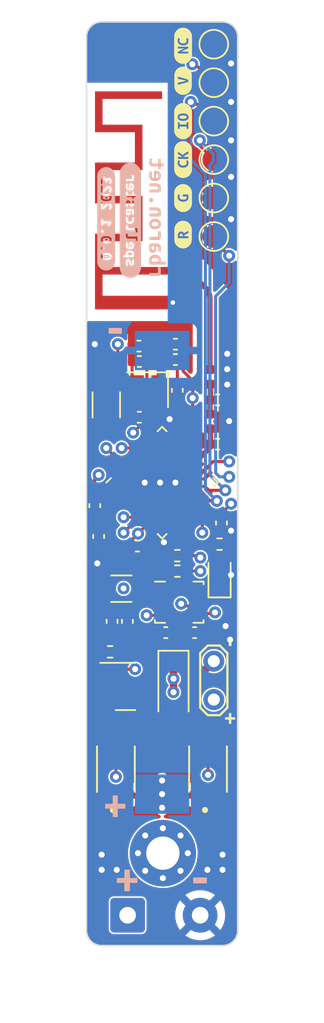
<source format=kicad_pcb>
(kicad_pcb (version 20221018) (generator pcbnew)
  (title_block (title "spellcaster") (date "2023-08-21") (rev "0.0.1") (company "rbaron.net"))
  (layers (0 "F.Cu" signal) (1 "In1.Cu" signal "In1.Cu (GND)") (2 "In2.Cu" signal "In2.Cu (VCC)") (31 "B.Cu" signal) (34 "B.Paste" user) (35 "F.Paste" user) (36 "B.SilkS" user "B.Silkscreen") (37 "F.SilkS" user "F.Silkscreen") (38 "B.Mask" user) (39 "F.Mask" user) (44 "Edge.Cuts" user))
  (net 0 "")
  (net 1 "VDD")
  (net 2 "GND")
  (net 3 "Net-(U1-XL1{slash}P0.00)")
  (net 4 "Net-(U1-XL2{slash}P0.01)")
  (net 5 "Net-(U1-XC2)")
  (net 6 "Net-(U1-DEC1)")
  (net 7 "Net-(U1-XC1)")
  (net 8 "Net-(U1-ANT)")
  (net 9 "Net-(U1-DEC3)")
  (net 10 "Net-(U1-DEC4)")
  (net 11 "Net-(D1-A)")
  (net 12 "RST")
  (net 13 "SWDCLK")
  (net 14 "SWDIO")
  (net 15 "Net-(AE1-FEED)")
  (net 16 "Net-(C8-Pad2)")
  (net 17 "Net-(U1-P0.20)")
  (net 18 "BTN_A")
  (net 23 "SDA")
  (net 24 "SCL")
  (net 33 "Net-(L3-Pad1)")
  (net 34 "Net-(U1-DCC)")
  (net 36 "INT1")
  (net 37 "INT2")
  (net 40 "Net-(D2-A)")
  (net 41 "VIB")
  (footprint "TestPoint:TestPoint_Pad_D1.5mm" (layer "F.Cu") (at 58.42 77.47 90)
    (fp_text reference "TP6" hide)
    (fp_text value "TestPoint" hide)
  )
  (footprint "Capacitor_SMD:C_0402_1005Metric" (layer "F.Cu") (at 58.674 100.965 180)
    (fp_text reference "C8" hide)
    (fp_text value "1.2p" hide)
  )
  (footprint "Capacitor_SMD:C_0402_1005Metric" (layer "F.Cu") (at 55.88 97.282)
    (fp_text reference "C13" hide)
    (fp_text value "47n" hide)
  )
  (footprint "kibuzzard-64E705F6" (layer "F.Cu") (at 52.5 77.1)
    (fp_text reference "kibuzzard-64E705F6" hide)
    (fp_text value "G***" hide)
  )
  (footprint "Capacitor_SMD:C_0402_1005Metric" (layer "F.Cu") (at 53.495 98.425)
    (fp_text reference "C4" hide)
    (fp_text value "12p" hide)
  )
  (footprint "Resistor_SMD:R_0402_1005Metric" (layer "F.Cu") (at 56.007 111.252)
    (fp_text reference "R2" hide)
    (fp_text value "10k" hide)
  )
  (footprint "Capacitor_SMD:C_0402_1005Metric" (layer "F.Cu") (at 53.467 97.409 180)
    (fp_text reference "C6" hide)
    (fp_text value "12p" hide)
  )
  (footprint "Capacitor_SMD:C_0402_1005Metric" (layer "F.Cu") (at 51.689 115.59 90)
    (fp_text reference "C2" hide)
    (fp_text value "12p" hide)
  )
  (footprint "kibuzzard-64E7057C" (layer "F.Cu") (at 58.2 128.9)
    (fp_text reference "kibuzzard-64E7057C" hide)
    (fp_text value "G***" hide)
  )
  (footprint "Snapeda:SW_B3U-1000P" (layer "F.Cu") (at 51.943 125.3485 90)
    (fp_text reference "S2" hide)
    (fp_text value "B3U-1000P" hide)
  )
  (footprint "Package_LGA:LGA-14_3x2.5mm_P0.5mm_LayoutBorder3x4y" (layer "F.Cu") (at 56.134 114.3235)
    (fp_text reference "U2" hide)
    (fp_text value "LSM6DSL" hide)
  )
  (footprint "Inductor_SMD:L_0402_1005Metric" (layer "F.Cu") (at 51.585 98.425)
    (fp_text reference "L3" hide)
    (fp_text value "15nH" hide)
  )
  (footprint "kibuzzard-64E666C8" (layer "F.Cu") (at 56.388 85.09 90)
    (fp_text reference "kibuzzard-64E666C8" hide)
    (fp_text value "G***" hide)
  )
  (footprint "Inductor_SMD:L_0402_1005Metric" (layer "F.Cu") (at 58.166 102.385 -90)
    (fp_text reference "L1" hide)
    (fp_text value "4.7nH" hide)
  )
  (footprint "TestPoint:TestPoint_Pad_D1.5mm" (layer "F.Cu") (at 58.42 80.01 90)
    (fp_text reference "TP5" hide)
    (fp_text value "TestPoint" hide)
  )
  (footprint "kibuzzard-64E66706" (layer "F.Cu") (at 56.388 77.5716 90)
    (fp_text reference "kibuzzard-64E66706" hide)
    (fp_text value "G***" hide)
  )
  (footprint "kibuzzard-64E666DB" (layer "F.Cu") (at 56.388 82.55 90)
    (fp_text reference "kibuzzard-64E666DB" hide)
    (fp_text value "G***" hide)
  )
  (footprint "Capacitor_SMD:C_0402_1005Metric" (layer "F.Cu") (at 50.546 107.95 -90)
    (fp_text reference "C9" hide)
    (fp_text value "1u" hide)
  )
  (footprint "Package_TO_SOT_SMD:SOT-23" (layer "F.Cu") (at 52.578 119.888)
    (fp_text reference "Q1" hide)
    (fp_text value "2N7002" hide)
  )
  (footprint "Inductor_SMD:L_0402_1005Metric" (layer "F.Cu") (at 58.166 99.441 -90)
    (fp_text reference "L2" hide)
    (fp_text value "2.2nH" hide)
  )
  (footprint "kibuzzard-64E666BF" (layer "F.Cu") (at 56.388 87.63 90)
    (fp_text reference "kibuzzard-64E666BF" hide)
    (fp_text value "G***" hide)
  )
  (footprint "Capacitor_SMD:C_0402_1005Metric" (layer "F.Cu") (at 55.88 98.298)
    (fp_text reference "C15" hide)
    (fp_text value "1u" hide)
  )
  (footprint "kibuzzard-64E66915" (layer "F.Cu") (at 57.5056 132.7)
    (fp_text reference "kibuzzard-64E66915" hide)
    (fp_text value "G***" hide)
  )
  (footprint "Snapeda:SW_B3U-1000P" (layer "F.Cu") (at 58.039 125.3485 90)
    (fp_text reference "S1" hide)
    (fp_text value "B3U-1000P" hide)
  )
  (footprint "kibuzzard-64E666A5" (layer "F.Cu") (at 56.388 90.043 90)
    (fp_text reference "kibuzzard-64E666A5" hide)
    (fp_text value "G***" hide)
  )
  (footprint "Capacitor_SMD:C_0402_1005Metric" (layer "F.Cu") (at 58.928 109.093 -90)
    (fp_text reference "C10" hide)
    (fp_text value "100n" hide)
  )
  (footprint "Package_DFN_QFN:QFN-40-1EP_5x5mm_P0.4mm_EP3.6x3.6mm" (layer "F.Cu") (at 55 106.426 45)
    (fp_text reference "U1" hide)
    (fp_text value "nRF52820-QDxx" hide)
  )
  (footprint "Capacitor_SMD:C_0402_1005Metric" (layer "F.Cu") (at 53.495 102.108 180)
    (fp_text reference "C12" hide)
    (fp_text value "100n" hide)
  )
  (footprint "Crystal:Crystal_SMD_3215-2Pin_3.2x1.5mm" (layer "F.Cu") (at 52.304 113.431)
    (fp_text reference "Y1" hide)
    (fp_text value "32k" hide)
  )
  (footprint "Capacitor_SMD:C_0402_1005Metric" (layer "F.Cu") (at 53.368 110.617)
    (fp_text reference "C1" hide)
    (fp_text value "4.7u" hide)
  )
  (footprint "TestPoint:TestPoint_Pad_D1.5mm" (layer "F.Cu") (at 58.42 82.55 90)
    (fp_text reference "TP4" hide)
    (fp_text value "TestPoint" hide)
  )
  (footprint "Resistor_SMD:R_0402_1005Metric" (layer "F.Cu") (at 58.801 110.49)
    (fp_text reference "R1" hide)
    (fp_text value "1k" hide)
  )
  (footprint "Capacitor_SMD:C_0402_1005Metric" (layer "F.Cu") (at 55.245 116.332)
    (fp_text reference "C14" hide)
    (fp_text value "100n" hide)
  )
  (footprint "LED_SMD:LED_0603_1608Metric" (layer "F.Cu") (at 58.801 112.522 90)
    (fp_text reference "D1" hide)
    (fp_text value "LED" hide)
  )
  (footprint "Crystal:Crystal_SMD_2016-4Pin_2.0x1.6mm" (layer "F.Cu") (at 54.04 100.288 180)
    (fp_text reference "Y2" hide)
    (fp_text value "Crystal_GND24" hide)
  )
  (footprint "TestPoint:TestPoint_Pad_D1.5mm" (layer "F.Cu") (at 58.42 90.17 90)
    (fp_text reference "TP1" hide)
    (fp_text value "TestPoint" hide)
  )
  (footprint "Capacitor_SMD:C_0402_1005Metric" (layer "F.Cu") (at 50.8 109.982 90)
    (fp_text reference "C5" hide)
    (fp_text value "100n" hide)
  )
  (footprint "Connector_Wire:SolderWire-0.5sqmm_1x02_P4.8mm_D0.9mm_OD2.3mm" (layer "F.Cu") (at 52.718 135)
    (fp_text reference "BT1" hide)
    (fp_text value "Through holes" hide)
  )
  (footprint "Capacitor_SMD:C_0402_1005Metric" (layer "F.Cu") (at 57.15 116.332)
    (fp_text reference "C16" hide)
    (fp_text value "100n" hide)
  )
  (footprint "TestPoint:TestPoint_Pad_D1.5mm" (layer "F.Cu") (at 58.42 87.63 90)
    (fp_text reference "TP2" hide)
    (fp_text value "TestPoint" hide)
  )
  (footprint "MountingHole:MountingHole_2.2mm_M2_Pad_Via" (layer "F.Cu") (at 55.05 130.9)
    (fp_text reference "H2" hide)
    (fp_text value "MountingHole" hide)
  )
  (footprint "TestPoint:TestPoint_Pad_D1.5mm" (layer "F.Cu") (at 58.42 85.09 90)
    (fp_text reference "TP3" hide)
    (fp_text value "TestPoint" hide)
  )
  (footprint "kibuzzard-64E70501" (layer "F.Cu") (at 59.5 117 90)
    (fp_text reference "kibuzzard-64E70501" hide)
    (fp_text value "G***" hide)
  )
  (footprint "Capacitor_SMD:C_0402_1005Metric" (layer "F.Cu") (at 56.007 100.33 -90)
    (fp_text reference "C11" hide)
    (fp_text value "100p" hide)
  )
  (footprint "RF_Antenna:Texas_SWRA117D_2.4GHz_Right" (layer "F.Cu") (at 55.711 92.434 90)
    (fp_text reference "AE1" hide)
    (fp_text value "Antenna_Chip" hide)
  )
  (footprint "kibuzzard-64E70567" (layer "F.Cu") (at 51.9 128.9)
    (fp_text reference "kibuzzard-64E70567" hide)
    (fp_text value "G***" hide)
  )
  (footprint "kibuzzard-64E7063C" (layer "F.Cu") (at 53.2 78.9)
    (fp_text reference "kibuzzard-64E7063C" hide)
    (fp_text value "G***" hide)
  )
  (footprint "Capacitor_SMD:C_0402_1005Metric" (layer "F.Cu") (at 58.674 103.886 180)
    (fp_text reference "C7" hide)
    (fp_text value "1p" hide)
  )
  (footprint "Resistor_SMD:R_0402_1005Metric" (layer "F.Cu") (at 51.562 117.602 180)
    (fp_text reference "R4" hide)
    (fp_text value "10k" hide)
  )
  (footprint "Resistor_SMD:R_0402_1005Metric" (layer "F.Cu") (at 56.007 112.268)
    (fp_text reference "R3" hide)
    (fp_text value "10k" hide)
  )
  (footprint "Diode_SMD:D_SOD-123" (layer "F.Cu") (at 55.753 119.888 -90)
    (fp_text reference "D2" hide)
    (fp_text value "1N4148W" hide)
  )
  (footprint "kibuzzard-64E668FF" (layer "F.Cu") (at 52.6796 132.7)
    (fp_text reference "kibuzzard-64E668FF" hide)
    (fp_text value "G***" hide)
  )
  (footprint "kibuzzard-64E704EF" (layer "F.Cu") (at 59.5 122)
    (fp_text reference "kibuzzard-64E704EF" hide)
    (fp_text value "G***" hide)
  )
  (footprint "Capacitor_SMD:C_0402_1005Metric" (layer "F.Cu") (at 52.705 115.59 -90)
    (fp_text reference "C3" hide)
    (fp_text value "12p" hide)
  )
  (footprint "Inductor_SMD:L_1206_3216Metric" (layer "F.Cu") (at 51.308 101.295 90)
    (fp_text reference "L4" hide)
    (fp_text value "10uH" hide)
  )
  (footprint "kibuzzard-64E666EE" (layer "F.Cu") (at 56.388 79.883 90)
    (fp_text reference "kibuzzard-64E666EE" hide)
    (fp_text value "G***" hide)
  )
  (footprint "TestPoint:TestPoint_2Pads_Pitch2.54mm_Drill0.8mm" (layer "F.Cu") (at 58.42 120.757 90)
    (fp_text reference "M1" hide)
    (fp_text value "Motor_DC" hide)
  )
  (footprint "kibuzzard-64E668FF" (layer "B.Cu") (at 52.7 132.7)
    (fp_text reference "kibuzzard-64E668FF" hide)
    (fp_text value "G***" hide)
  )
  (footprint "kibuzzard-64E70C98" (layer "B.Cu") (at 51.9 96.4 180)
    (fp_text reference "kibuzzard-64E70C98" hide)
    (fp_text value "G***" hide)
  )
  (footprint "kibuzzard-64E70B5B" (layer "B.Cu") (at 52.9 89.1 90)
    (fp_text reference "kibuzzard-64E70B5B" hide)
    (fp_text value "G***" hide)
  )
  (footprint "kibuzzard-64E66915" (layer "B.Cu") (at 57.526001 132.7)
    (fp_text reference "kibuzzard-64E66915" hide)
    (fp_text value "G***" hide)
  )
  (footprint "kibuzzard-64E66855" (layer "B.Cu") (at 51.3 89 90)
    (fp_text reference "kibuzzard-64E66855" hide)
    (fp_text value "G***" hide)
  )
  (footprint "kibuzzard-64E66B38" (layer "B.Cu") (at 54.7 88.9 90)
    (fp_text reference "kibuzzard-64E66B38" hide)
    (fp_text value "G***" hide)
  )
  (footprint "kibuzzard-64E668FF" (layer "B.Cu") (at 51.9 127.8 180)
    (fp_text reference "kibuzzard-64E668FF" hide)
    (fp_text value "G***" hide)
  )
  (footprint "Battery:BatteryHolder_Keystone_1060_1x2032" (layer "B.Cu") (at 55 112.35 90)
    (fp_text reference "BT2" hide)
    (fp_text value "CR2032" hide)
  )
  (gr_arc (start 60 136) (mid 59.707107 136.707107) (end 59 137) (stroke (width 0.1)) (layer "Edge.Cuts"))
  (gr_line (start 50 136) (end 50 77) (stroke (width 0.1)) (layer "Edge.Cuts"))
  (gr_arc (start 51 137) (mid 50.292893 136.707107) (end 50 136) (stroke (width 0.1)) (layer "Edge.Cuts"))
  (gr_arc (start 59 76) (mid 59.707107 76.292893) (end 60 77) (stroke (width 0.1)) (layer "Edge.Cuts"))
  (gr_line (start 51 76) (end 59 76) (stroke (width 0.1)) (layer "Edge.Cuts"))
  (gr_arc (start 50 77) (mid 50.292893 76.292893) (end 51 76) (stroke (width 0.1)) (layer "Edge.Cuts"))
  (gr_line (start 60 77) (end 60 136) (stroke (width 0.1)) (layer "Edge.Cuts"))
  (gr_line (start 59 137) (end 51 137) (stroke (width 0.1)) (layer "Edge.Cuts"))
  (segment (start 54.266377 109.139522) (end 54.06233 109.139522) (width 0.2) (layer "F.Cu") (net 1))
  (segment (start 54.266377 109.139522) (end 54.266376 109.139522) (width 0.2) (layer "F.Cu") (net 1))
  (segment (start 54.06233 109.139522) (end 53.409009 109.792843) (width 0.2) (layer "F.Cu") (net 1))
  (segment (start 58.4265 115.0735) (end 58.5 115) (width 0.2) (layer "F.Cu") (net 1))
  (segment (start 58.928 108.613) (end 58.928 108.458) (width 0.2) (layer "F.Cu") (net 1))
  (segment (start 55.753 119.38) (end 55.753 120.269) (width 0.5) (layer "F.Cu") (net 1))
  (segment (start 58.928 108.458) (end 59.563 107.823) (width 0.2) (layer "F.Cu") (net 1))
  (segment (start 55.725 116.332) (end 55.725 115.327) (width 0.2) (layer "F.Cu") (net 1))
  (segment (start 52.003635 106.012365) (end 50.546 107.47) (width 0.2) (layer "F.Cu") (net 1))
  (segment (start 55.450781 103.429635) (end 55.296635 103.429635) (width 0.2) (layer "F.Cu") (net 1))
  (segment (start 55.753 118.238) (end 55.753 119.38) (width 0.5) (layer "F.Cu") (net 1))
  (segment (start 55.725 115.327) (end 55.634 115.236) (width 0.2) (layer "F.Cu") (net 1))
  (segment (start 52.888 110.313852) (end 53.409009 109.792843) (width 0.2) (layer "F.Cu") (net 1))
  (segment (start 55.725 116.332) (end 55.725 118.21) (width 0.2) (layer "F.Cu") (net 1))
  (segment (start 52.888 110.617) (end 52.888 110.313852) (width 0.2) (layer "F.Cu") (net 1))
  (segment (start 58.601214 108.613) (end 57.43068 107.442466) (width 0.2) (layer "F.Cu") (net 1))
  (segment (start 56.634 112.385) (end 56.517 112.268) (width 0.2) (layer "F.Cu") (net 1))
  (segment (start 58.928 108.613) (end 58.601214 108.613) (width 0.2) (layer "F.Cu") (net 1))
  (segment (start 55.296635 103.429635) (end 53.975 102.108) (width 0.2) (layer "F.Cu") (net 1))
  (segment (start 56.517 111.252) (end 57.404 111.252) (width 0.2) (layer "F.Cu") (net 1))
  (segment (start 55.725 118.21) (end 55.753 118.238) (width 0.2) (layer "F.Cu") (net 1))
  (segment (start 57.404 111.252) (end 57.531 111.379) (width 0.2) (layer "F.Cu") (net 1))
  (segment (start 50.546 106.172) (end 50.8 105.918) (width 0.2) (layer "F.Cu") (net 1))
  (segment (start 52.003635 105.975219) (end 52.003635 106.012365) (width 0.2) (layer "F.Cu") (net 1))
  (segment (start 56.634 113.411) (end 56.634 112.385) (width 0.2) (layer "F.Cu") (net 1))
  (segment (start 57.2008 78.7908) (end 58.42 80.01) (width 0.2) (layer "F.Cu") (net 1))
  (segment (start 56.517 112.268) (end 56.517 111.252) (width 0.2) (layer "F.Cu") (net 1))
  (segment (start 57.531 112.268) (end 56.517 112.268) (width 0.2) (layer "F.Cu") (net 1))
  (segment (start 57.63 115.407) (end 57.2965 115.0735) (width 0.2) (layer "F.Cu") (net 1))
  (segment (start 50.546 107.47) (end 50.546 106.172) (width 0.2) (layer "F.Cu") (net 1))
  (segment (start 57.2965 115.0735) (end 58.4265 115.0735) (width 0.2) (layer "F.Cu") (net 1))
  (segment (start 53.975 102.108) (end 53.975 102.235) (width 0.2) (layer "F.Cu") (net 1))
  (segment (start 57.63 116.332) (end 57.63 115.407) (width 0.2) (layer "F.Cu") (net 1))
  (segment (start 57 78.7908) (end 57.2008 78.7908) (width 0.2) (layer "F.Cu") (net 1))
  (segment (start 53.975 102.235) (end 53.086 103.124) (width 0.2) (layer "F.Cu") (net 1))
  (segment (start 54.266376 109.139522) (end 53.983534 108.85668) (width 0.2) (layer "F.Cu") (net 1))
  (via (at 57.531 112.268) (size 0.8) (drill 0.4) (layers "F.Cu" "B.Cu") (net 1))
  (via (at 55 127) (size 0.8) (drill 0.4) (layers "F.Cu" "B.Cu") (net 1))
  (via (at 55 127.9) (size 0.8) (drill 0.4) (layers "F.Cu" "B.Cu") (net 1))
  (via (at 50.8 105.918) (size 0.8) (drill 0.4) (layers "F.Cu" "B.Cu") (net 1))
  (via (at 57 78.7908) (size 0.8) (drill 0.4) (layers "F.Cu" "B.Cu") (net 1))
  (via (at 55 126.1) (size 0.8) (drill 0.4) (layers "F.Cu" "B.Cu") (net 1))
  (via (at 53.409009 109.792843) (size 0.8) (drill 0.4) (layers "F.Cu" "B.Cu") (net 1))
  (via (at 59.563 107.823) (size 0.8) (drill 0.4) (layers "F.Cu" "B.Cu") (net 1))
  (via (at 55.753 119.38) (size 0.8) (drill 0.4) (layers "F.Cu" "B.Cu") (net 1))
  (via (at 57.531 111.379) (size 0.8) (drill 0.4) (layers "F.Cu" "B.Cu") (net 1))
  (via (at 53.086 103.124) (size 0.8) (drill 0.4) (layers "F.Cu" "B.Cu") (net 1))
  (via (at 58.5 115) (size 0.8) (drill 0.4) (layers "F.Cu" "B.Cu") (net 1))
  (via (at 55.753 120.269) (size 0.8) (drill 0.4) (layers "F.Cu" "B.Cu") (net 1))
  (segment (start 53.848 106.122528) (end 53.848 106.426) (width 0.2) (layer "F.Cu") (net 2))
  (segment (start 56.134 115.236) (end 56.634 115.236) (width 0.2) (layer "F.Cu") (net 2))
  (segment (start 56.864994 104.843849) (end 55.282843 106.426) (width 0.2) (layer "F.Cu") (net 2))
  (segment (start 50.546 108.43) (end 50.2 108.776) (width 0.2) (layer "F.Cu") (net 2))
  (segment (start 55.282843 106.426) (end 55 106.426) (width 0.2) (layer "F.Cu") (net 2))
  (segment (start 54.737 101.473) (end 54.737 100.838) (width 0.2) (layer "F.Cu") (net 2))
  (segment (start 54.727 111.496) (end 53.848 110.617) (width 0.2) (layer "F.Cu") (net 2))
  (segment (start 50.2 111.2495) (end 50.7105 111.76) (width 0.2) (layer "F.Cu") (net 2))
  (segment (start 54.9715 113.5735) (end 54.727 113.329) (width 0.2) (layer "F.Cu") (net 2))
  (segment (start 50.2 108.776) (end 50.2 111.2495) (width 0.2) (layer "F.Cu") (net 2))
  (segment (start 56.007 99.85) (end 56.007 98.905) (width 0.2) (layer "F.Cu") (net 2))
  (segment (start 59.154 100.104) (end 59.309 99.949) (width 0.5) (layer "F.Cu") (net 2))
  (segment (start 53.015 98.425) (end 53.015 99.413) (width 0.2) (layer "F.Cu") (net 2))
  (segment (start 59.154 100.965) (end 59.154 100.104) (width 0.5) (layer "F.Cu") (net 2))
  (segment (start 52.852163 105.126691) (end 53.848 106.122528) (width 0.2) (layer "F.Cu") (net 2))
  (segment (start 53.015 99.413) (end 53.34 99.738) (width 0.2) (layer "F.Cu") (net 2))
  (segment (start 56.007 98.905) (end 55.4 98.298) (width 0.2) (layer "F.Cu") (net 2))
  (segment (start 55.499 102.235) (end 54.737 101.473) (width 0.2) (layer "F.Cu") (net 2))
  (segment (start 54.727 113.329) (end 54.727 111.496) (width 0.2) (layer "F.Cu") (net 2))
  (via (at 59.563 112.522) (size 0.8) (drill 0.4) (layers "F.Cu" "B.Cu") (net 2))
  (via (at 59.436 102.362) (size 0.8) (drill 0.4) (layers "F.Cu" "B.Cu") (net 2))
  (via (at 59.563 109.601) (size 0.8) (drill 0.4) (layers "F.Cu" "B.Cu") (net 2))
  (via (at 50.7105 111.76) (size 0.8) (drill 0.4) (layers "F.Cu" "B.Cu") (net 2))
  (via (at 59.5 116.8) (size 0.8) (drill 0.4) (layers "F.Cu" "B.Cu") (net 2))
  (via (at 55.118 110.363) (size 0.8) (drill 0.4) (layers "F.Cu" "B.Cu") (net 2))
  (via (at 59 131) (size 0.8) (drill 0.4) (layers "F.Cu" "B.Cu") (net 2))
  (via (at 51 132) (size 0.8) (drill 0.4) (layers "F.Cu" "B.Cu") (net 2))
  (via (at 57.997243 132) (size 0.8) (drill 0.4) (layers "F.Cu" "B.Cu") (net 2))
  (via (at 59.563 78.74) (size 0.8) (drill 0.4) (layers "F.Cu" "B.Cu") (net 2))
  (via (at 59.563 89.027) (size 0.8) (drill 0.4) (layers "F.Cu" "B.Cu") (net 2))
  (via (at 59.309 97.917) (size 0.8) (drill 0.4) (layers "F.Cu" "B.Cu") (net 2))
  (via (at 59.309 98.933) (size 0.8) (drill 0.4) (layers "F.Cu" "B.Cu") (net 2))
  (via (at 59.563 81.28) (size 0.8) (drill 0.4) (layers "F.Cu" "B.Cu") (net 2))
  (via (at 55.499 102.235) (size 0.8) (drill 0.4) (layers "F.Cu" "B.Cu") (net 2))
  (via (at 55.88 106.426) (size 0.8) (drill 0.4) (layers "F.Cu" "B.Cu") (net 2))
  (via (at 59 132) (size 0.8) (drill 0.4) (layers "F.Cu" "B.Cu") (net 2))
  (via (at 54.864 106.426) (size 0.8) (drill 0.4) (layers "F.Cu" "B.Cu") (net 2))
  (via (at 51 131) (size 0.8) (drill 0.4) (layers "F.Cu" "B.Cu") (net 2))
  (via (at 50.546 97.282) (size 0.8) (drill 0.4) (layers "F.Cu" "B.Cu") (net 2))
  (via (at 53.848 106.426) (size 0.8) (drill 0.4) (layers "F.Cu" "B.Cu") (net 2))
  (via (at 59.2 115.9) (size 0.8) (drill 0.4) (layers "F.Cu" "B.Cu") (net 2))
  (via (at 59.563 83.82) (size 0.8) (drill 0.4) (layers "F.Cu" "B.Cu") (net 2))
  (via (at 59.563 86.233) (size 0.8) (drill 0.4) (layers "F.Cu" "B.Cu") (net 2))
  (via (at 59.309 99.949) (size 0.8) (drill 0.4) (layers "F.Cu" "B.Cu") (net 2))
  (via (at 51.998259 132) (size 0.8) (drill 0.4) (layers "F.Cu" "B.Cu") (net 2))
  (segment (start 51.59 115.11) (end 51.054 114.574) (width 0.2) (layer "F.Cu") (net 3))
  (segment (start 51.562 112.014) (end 51.562 112.923) (width 0.2) (layer "F.Cu") (net 3))
  (segment (start 51.054 114.574) (end 51.054 113.431) (width 0.2) (layer "F.Cu") (net 3))
  (segment (start 52.286478 107.159623) (end 51.551 107.895101) (width 0.2) (layer "F.Cu") (net 3))
  (segment (start 51.562 112.923) (end 51.054 113.431) (width 0.2) (layer "F.Cu") (net 3))
  (segment (start 51.551 107.895101) (end 51.551 112.003) (width 0.2) (layer "F.Cu") (net 3))
  (segment (start 51.551 112.003) (end 51.562 112.014) (width 0.2) (layer "F.Cu") (net 3))
  (segment (start 53.554 112.482) (end 53.554 113.431) (width 0.2) (layer "F.Cu") (net 4))
  (segment (start 53.467 114.574) (end 53.467 113.518) (width 0.2) (layer "F.Cu") (net 4))
  (segment (start 51.851 108.160786) (end 51.851 110.779) (width 0.2) (layer "F.Cu") (net 4))
  (segment (start 52.931 115.11) (end 53.467 114.574) (width 0.2) (layer "F.Cu") (net 4))
  (segment (start 51.851 110.779) (end 53.554 112.482) (width 0.2) (layer "F.Cu") (net 4))
  (segment (start 52.56932 107.442466) (end 51.851 108.160786) (width 0.2) (layer "F.Cu") (net 4))
  (segment (start 53.99 98.44) (end 53.975 98.425) (width 0.2) (layer "F.Cu") (net 5))
  (segment (start 53.582 100.838) (end 53.34 100.838) (width 0.2) (layer "F.Cu") (net 5))
  (segment (start 55.733623 103.712478) (end 56.004963 103.441138) (width 0.2) (layer "F.Cu") (net 5))
  (segment (start 53.39 100.838) (end 53.99 100.238) (width 0.2) (layer "F.Cu") (net 5))
  (segment (start 54.725 102.35) (end 54.725 101.981) (width 0.2) (layer "F.Cu") (net 5))
  (segment (start 53.34 100.838) (end 53.39 100.838) (width 0.2) (layer "F.Cu") (net 5))
  (segment (start 54.725 101.981) (end 53.582 100.838) (width 0.2) (layer "F.Cu") (net 5))
  (segment (start 55.21 102.835) (end 54.725 102.35) (width 0.2) (layer "F.Cu") (net 5))
  (segment (start 56.004963 103.441138) (end 56.004963 102.994964) (width 0.2) (layer "F.Cu") (net 5))
  (segment (start 55.844999 102.835) (end 55.21 102.835) (width 0.2) (layer "F.Cu") (net 5))
  (segment (start 56.004963 102.994964) (end 55.844999 102.835) (width 0.2) (layer "F.Cu") (net 5))
  (segment (start 53.99 100.238) (end 53.99 98.44) (width 0.2) (layer "F.Cu") (net 5))
  (segment (start 50.8 109.502) (end 51.056 109.246) (width 0.2) (layer "F.Cu") (net 6))
  (segment (start 51.056 107.824416) (end 52.003635 106.876781) (width 0.2) (layer "F.Cu") (net 6))
  (segment (start 51.056 109.246) (end 51.056 107.824416) (width 0.2) (layer "F.Cu") (net 6))
  (segment (start 54.74 98.202) (end 54.74 99.738) (width 0.2) (layer "F.Cu") (net 7))
  (segment (start 56.628491 102.475491) (end 55.39 101.237) (width 0.2) (layer "F.Cu") (net 7))
  (segment (start 54.79 99.738) (end 54.74 99.738) (width 0.2) (layer "F.Cu") (net 7))
  (segment (start 55.39 101.237) (end 55.39 100.338) (width 0.2) (layer "F.Cu") (net 7))
  (segment (start 56.016466 103.99532) (end 56.628491 103.383295) (width 0.2) (layer "F.Cu") (net 7))
  (segment (start 53.947 97.409) (end 54.74 98.202) (width 0.2) (layer "F.Cu") (net 7))
  (segment (start 55.39 100.338) (end 54.79 99.738) (width 0.2) (layer "F.Cu") (net 7))
  (segment (start 56.628491 103.383295) (end 56.628491 102.475491) (width 0.2) (layer "F.Cu") (net 7))
  (segment (start 58.194 102.898) (end 58.166 102.87) (width 0.35) (layer "F.Cu") (net 8))
  (segment (start 58.194 104.080528) (end 58.194 103.886) (width 0.35) (layer "F.Cu") (net 8))
  (segment (start 57.147837 105.126691) (end 58.194 104.080528) (width 0.35) (layer "F.Cu") (net 8))
  (segment (start 58.194 103.886) (end 58.194 102.898) (width 0.35) (layer "F.Cu") (net 8))
  (segment (start 56.007 101.346) (end 56.007 100.81) (width 0.2) (layer "F.Cu") (net 9))
  (segment (start 56.299309 104.278163) (end 56.928491 103.648981) (width 0.2) (layer "F.Cu") (net 9))
  (segment (start 56.928491 102.267491) (end 56.007 101.346) (width 0.2) (layer "F.Cu") (net 9))
  (segment (start 56.928491 103.648981) (end 56.928491 102.267491) (width 0.2) (layer "F.Cu") (net 9))
  (segment (start 57.3685 103.774657) (end 57.3685 102.1995) (width 0.2) (layer "F.Cu") (net 10))
  (segment (start 56.388 98.326) (end 56.36 98.298) (width 0.2) (layer "F.Cu") (net 10))
  (segment (start 56.582151 104.561006) (end 57.3685 103.774657) (width 0.2) (layer "F.Cu") (net 10))
  (segment (start 52.56932 105.409534) (end 52.56932 105.40132) (width 0.2) (layer "F.Cu") (net 10))
  (segment (start 56.36 98.298) (end 56.36 97.282) (width 0.2) (layer "F.Cu") (net 10))
  (segment (start 57.023 100.838) (end 57.023 99.695) (width 0.2) (layer "F.Cu") (net 10))
  (segment (start 57.023 99.695) (end 56.388 99.06) (width 0.2) (layer "F.Cu") (net 10))
  (segment (start 52.07 97.282) (end 52.07 98.425) (width 0.2) (layer "F.Cu") (net 10))
  (segment (start 56.388 99.06) (end 56.388 98.326) (width 0.2) (layer "F.Cu") (net 10))
  (segment (start 57.023 101.854) (end 57.023 100.838) (width 0.2) (layer "F.Cu") (net 10))
  (segment (start 52.56932 105.40132) (end 51.308 104.14) (width 0.2) (layer "F.Cu") (net 10))
  (segment (start 57.3685 102.1995) (end 57.023 101.854) (width 0.2) (layer "F.Cu") (net 10))
  (via (at 51.308 104.14) (size 0.8) (drill 0.4) (layers "F.Cu" "B.Cu") (net 10))
  (via (at 52.07 97.282) (size 0.8) (drill 0.4) (layers "F.Cu" "B.Cu") (net 10))
  (via (at 57.023 100.838) (size 0.8) (drill 0.4) (layers "F.Cu" "B.Cu") (net 10))
  (segment (start 59.309 110.492) (end 59.311 110.49) (width 0.2) (layer "F.Cu") (net 11))
  (segment (start 58.801 111.506) (end 59.309 110.998) (width 0.2) (layer "F.Cu") (net 11))
  (segment (start 58.801 111.7345) (end 58.801 111.506) (width 0.2) (layer "F.Cu") (net 11))
  (segment (start 59.309 110.998) (end 59.309 110.492) (width 0.2) (layer "F.Cu") (net 11))
  (segment (start 58.42 90.424) (end 59.436 91.44) (width 0.2) (layer "F.Cu") (net 12))
  (segment (start 58.42 90.17) (end 58.42 90.424) (width 0.2) (layer "F.Cu") (net 12))
  (segment (start 58.039 125.73) (end 58.039 123.6485) (width 0.2) (layer "F.Cu") (net 12))
  (segment (start 56.864994 108.008151) (end 57.658 108.801157) (width 0.2) (layer "F.Cu") (net 12))
  (segment (start 57.658 108.801157) (end 57.658 109.728) (width 0.2) (layer "F.Cu") (net 12))
  (via (at 59.436 91.44) (size 0.8) (drill 0.4) (layers "F.Cu" "B.Cu") (net 12))
  (via (at 58.039 125.73) (size 0.8) (drill 0.4) (layers "F.Cu" "B.Cu") (net 12))
  (via (at 57.658 109.728) (size 0.8) (drill 0.4) (layers "F.Cu" "B.Cu") (net 12))
  (via (at 59.436 106.045) (size 0.8) (drill 0.4) (layers "F.Cu" "B.Cu") (net 12))
  (segment (start 58.547 105.791) (end 58.801 106.045) (width 0.2) (layer "B.Cu") (net 12))
  (segment (start 58.541 94.113) (end 59.436 93.218) (width 0.2) (layer "B.Cu") (net 12))
  (segment (start 58.547 105.029) (end 58.547 105.791) (width 0.2) (layer "B.Cu") (net 12))
  (segment (start 58.541 105.023) (end 58.541 94.113) (width 0.2) (layer "B.Cu") (net 12))
  (segment (start 58.541 105.023) (end 58.547 105.029) (width 0.2) (layer "B.Cu") (net 12))
  (segment (start 58.801 106.045) (end 59.436 106.045) (width 0.2) (layer "B.Cu") (net 12))
  (segment (start 59.436 93.218) (end 59.436 91.44) (width 0.2) (layer "B.Cu") (net 12))
  (segment (start 57.4955 84.1655) (end 58.42 85.09) (width 0.2) (layer "F.Cu") (net 13))
  (segment (start 57.996365 106.876781) (end 58.053584 106.934) (width 0.2) (layer "F.Cu") (net 13))
  (segment (start 58.053584 106.934) (end 59.182 106.934) (width 0.2) (layer "F.Cu") (net 13))
  (segment (start 57.4955 83.82) (end 57.4955 84.1655) (width 0.2) (layer "F.Cu") (net 13))
  (via (at 59.182 106.934) (size 0.8) (drill 0.4) (layers "F.Cu" "B.Cu") (net 13))
  (via (at 57.4955 83.82) (size 0.8) (drill 0.4) (layers "F.Cu" "B.Cu") (net 13))
  (segment (start 58.166 85.434) (end 58.166 105.918) (width 0.2) (layer "B.Cu") (net 13))
  (segment (start 58.4 84.7245) (end 58.4 85.2) (width 0.2) (layer "B.Cu") (net 13))
  (segment (start 58.166 105.918) (end 59.182 106.934) (width 0.2) (layer "B.Cu") (net 13))
  (segment (start 57.4955 83.82) (end 58.4 84.7245) (width 0.2) (layer "B.Cu") (net 13))
  (segment (start 58.4 85.2) (end 58.166 85.434) (width 0.2) (layer "B.Cu") (net 13))
  (segment (start 58.190293 107.636394) (end 58.620085 107.636394) (width 0.2) (layer "F.Cu") (net 14))
  (segment (start 57.713522 107.159623) (end 58.190293 107.636394) (width 0.2) (layer "F.Cu") (net 14))
  (segment (start 57.15 81.28) (end 58.42 82.55) (width 0.2) (layer "F.Cu") (net 14))
  (segment (start 56.896 81.28) (end 57.15 81.28) (width 0.2) (layer "F.Cu") (net 14))
  (via (at 58.620085 107.636394) (size 0.8) (drill 0.4) (layers "F.Cu" "B.Cu") (net 14))
  (via (at 56.896 81.28) (size 0.8) (drill 0.4) (layers "F.Cu" "B.Cu") (net 14))
  (segment (start 57.866 106.882309) (end 58.620085 107.636394) (width 0.2) (layer "B.Cu") (net 14))
  (segment (start 56.896 81.28) (end 56.896 85.096) (width 0.2) (layer "B.Cu") (net 14))
  (segment (start 56.896 85.096) (end 57.866 86.066) (width 0.2) (layer "B.Cu") (net 14))
  (segment (start 57.866 86.066) (end 57.866 106.882309) (width 0.2) (layer "B.Cu") (net 14))
  (segment (start 55.733 92.456) (end 55.711 92.434) (width 0.35) (layer "F.Cu") (net 15))
  (segment (start 58.166 98.956) (end 58.166 94.267214) (width 0.35) (layer "F.Cu") (net 15))
  (segment (start 56.354786 92.456) (end 55.733 92.456) (width 0.35) (layer "F.Cu") (net 15))
  (segment (start 57.873107 93.560107) (end 57.061893 92.748893) (width 0.35) (layer "F.Cu") (net 15))
  (arc (start 58.166 94.267214) (mid 58.08988 93.884531) (end 57.873107 93.560107) (width 0.35) (layer "F.Cu") (net 15))
  (arc (start 56.354786 92.456) (mid 56.737469 92.53212) (end 57.061893 92.748893) (width 0.35) (layer "F.Cu") (net 15))
  (segment (start 58.194 99.954) (end 58.166 99.926) (width 0.35) (layer "F.Cu") (net 16))
  (segment (start 58.166 101.9) (end 58.166 100.993) (width 0.35) (layer "F.Cu") (net 16))
  (segment (start 58.194 100.965) (end 58.194 99.954) (width 0.35) (layer "F.Cu") (net 16))
  (segment (start 58.166 100.993) (end 58.194 100.965) (width 0.35) (layer "F.Cu") (net 16))
  (segment (start 58.291 108.868472) (end 58.291 110.49) (width 0.2) (layer "F.Cu") (net 17))
  (segment (start 57.147837 107.725309) (end 58.291 108.868472) (width 0.2) (layer "F.Cu") (net 17))
  (segment (start 52.996843 104.14) (end 52.324 104.14) (width 0.2) (layer "F.Cu") (net 18))
  (segment (start 51.943 125.857) (end 51.943 123.6485) (width 0.2) (layer "F.Cu") (net 18))
  (segment (start 53.417849 104.561006) (end 52.996843 104.14) (width 0.2) (layer "F.Cu") (net 18))
  (via (at 52.324 104.14) (size 0.8) (drill 0.4) (layers "F.Cu" "B.Cu") (net 18))
  (via (at 51.943 125.857) (size 0.8) (drill 0.4) (layers "F.Cu" "B.Cu") (net 18))
  (segment (start 55.027 111.722) (end 55.027 112.804) (width 0.2) (layer "F.Cu") (net 23))
  (segment (start 55.497 111.252) (end 55.027 111.722) (width 0.2) (layer "F.Cu") (net 23))
  (segment (start 55.027 112.804) (end 55.634 113.411) (width 0.2) (layer "F.Cu") (net 23))
  (segment (start 56.570648 109.926352) (end 55.497 111) (width 0.2) (layer "F.Cu") (net 23))
  (segment (start 56.299309 108.573837) (end 56.570648 108.845176) (width 0.2) (layer "F.Cu") (net 23))
  (segment (start 56.570648 108.845176) (end 56.570648 109.926352) (width 0.2) (layer "F.Cu") (net 23))
  (segment (start 55.497 111) (end 55.497 111.252) (width 0.2) (layer "F.Cu") (net 23))
  (segment (start 57.058 108.766843) (end 57.058 109.947) (width 0.2) (layer "F.Cu") (net 24))
  (segment (start 57.058 108.766843) (end 56.582151 108.290994) (width 0.2) (layer "F.Cu") (net 24))
  (segment (start 55.497 112.268) (end 55.626 112.268) (width 0.2) (layer "F.Cu") (net 24))
  (segment (start 55.626 112.268) (end 56.134 112.776) (width 0.2) (layer "F.Cu") (net 24))
  (segment (start 57.023 109.982) (end 56.993238 109.982) (width 0.2) (layer "F.Cu") (net 24))
  (segment (start 57.058 109.947) (end 57.023 109.982) (width 0.2) (layer "F.Cu") (net 24))
  (segment (start 56.007 111.758) (end 55.497 112.268) (width 0.2) (layer "F.Cu") (net 24))
  (segment (start 56.007 110.968238) (end 56.007 111.758) (width 0.2) (layer "F.Cu") (net 24))
  (segment (start 56.134 112.776) (end 56.134 113.411) (width 0.2) (layer "F.Cu") (net 24))
  (segment (start 56.993238 109.982) (end 56.007 110.968238) (width 0.2) (layer "F.Cu") (net 24))
  (segment (start 51.308 98.633) (end 51.1 98.425) (width 0.2) (layer "F.Cu") (net 33))
  (segment (start 51.308 99.72) (end 51.308 98.633) (width 0.2) (layer "F.Cu") (net 33))
  (segment (start 50.708 103.47) (end 51.308 102.87) (width 0.2) (layer "F.Cu") (net 34))
  (segment (start 52.286478 105.692377) (end 51.909074 105.314973) (width 0.2) (layer "F.Cu") (net 34))
  (segment (start 50.708 104.556) (end 50.708 103.47) (width 0.2) (layer "F.Cu") (net 34))
  (segment (start 51.466973 105.314973) (end 50.708 104.556) (width 0.2) (layer "F.Cu") (net 34))
  (segment (start 51.909074 105.314973) (end 51.466973 105.314973) (width 0.2) (layer "F.Cu") (net 34))
  (segment (start 53.605163 108.573837) (end 52.451 109.728) (width 0.2) (layer "F.Cu") (net 36))
  (segment (start 54.856 115.189) (end 54.9715 115.0735) (width 0.2) (layer "F.Cu") (net 36))
  (segment (start 53.700691 108.573837) (end 53.605163 108.573837) (width 0.2) (layer "F.Cu") (net 36))
  (segment (start 53.975 115.189) (end 54.856 115.189) (width 0.2) (layer "F.Cu") (net 36))
  (via (at 53.975 115.189) (size 0.8) (drill 0.4) (layers "F.Cu" "B.Cu") (net 36))
  (via (at 52.451 109.728) (size 0.8) (drill 0.4) (layers "F.Cu" "B.Cu") (net 36))
  (segment (start 56.261112 114.425338) (end 56.409274 114.5735) (width 0.2) (layer "F.Cu") (net 37))
  (segment (start 52.451 108.712) (end 52.996843 108.712) (width 0.2) (layer "F.Cu") (net 37))
  (segment (start 52.996843 108.712) (end 53.417849 108.290994) (width 0.2) (layer "F.Cu") (net 37))
  (segment (start 56.409274 114.5735) (end 57.2965 114.5735) (width 0.2) (layer "F.Cu") (net 37))
  (via (at 56.261112 114.425338) (size 0.8) (drill 0.4) (layers "F.Cu" "B.Cu") (net 37))
  (via (at 52.451 108.712) (size 0.8) (drill 0.4) (layers "F.Cu" "B.Cu") (net 37))
  (segment (start 54.228 121.538) (end 55.753 121.538) (width 0.5) (layer "F.Cu") (net 40))
  (segment (start 53.5155 119.888) (end 53.5155 120.8255) (width 0.5) (layer "F.Cu") (net 40))
  (segment (start 57.15 119.487) (end 58.42 118.217) (width 0.5) (layer "F.Cu") (net 40))
  (segment (start 55.753 121.538) (end 56.643 121.538) (width 0.5) (layer "F.Cu") (net 40))
  (segment (start 53.5155 120.8255) (end 54.228 121.538) (width 0.5) (layer "F.Cu") (net 40))
  (segment (start 57.15 121.031) (end 57.15 119.487) (width 0.5) (layer "F.Cu") (net 40))
  (segment (start 56.643 121.538) (end 57.15 121.031) (width 0.5) (layer "F.Cu") (net 40))
  (segment (start 57.713522 105.692377) (end 58.376899 105.029) (width 0.2) (layer "F.Cu") (net 41))
  (segment (start 51.052 117.602) (end 51.052 118.3495) (width 0.2) (layer "F.Cu") (net 41))
  (segment (start 58.376899 105.029) (end 59.436 105.029) (width 0.2) (layer "F.Cu") (net 41))
  (segment (start 51.8335 118.745) (end 51.6405 118.938) (width 0.2) (layer "F.Cu") (net 41))
  (segment (start 53.213 118.745) (end 51.8335 118.745) (width 0.2) (layer "F.Cu") (net 41))
  (segment (start 51.052 118.3495) (end 51.6405 118.938) (width 0.2) (layer "F.Cu") (net 41))
  (via (at 53.213 118.745) (size 0.8) (drill 0.4) (layers "F.Cu" "B.Cu") (net 41))
  (via (at 52.4505 113.411) (size 0.8) (drill 0.4) (layers "F.Cu" "B.Cu") (net 41))
  (via (at 59.436 105.029) (size 0.8) (drill 0.4) (layers "F.Cu" "B.Cu") (net 41))
  (zone (net 0) (net_name "") (layer "F.Cu") (connect_pads (clearance 0)) (min_thickness 0.25)
    (keepout (tracks allowed) (vias allowed) (pads allowed) (copperpour not_allowed) (footprints allowed))
    (fill (thermal_gap 0.5) (thermal_bridge_width 0.5))
    (polygon (pts (xy 57.023 94.107) (xy 56.388 93.472) (xy 55.372 93.472) (xy 55.372 91.186) (xy 56.642 91.186) (xy 57.47 91.44) (xy 58.674 92.71) (xy 59.309 93.599) (xy 59.309 100.457) (xy 57.023 100.457)))
  )
  (zone (net 0) (net_name "") (layers "F.Cu" "In1.Cu" "In2.Cu" "B.Cu") (connect_pads (clearance 0)) (min_thickness 0.25)
    (keepout (tracks allowed) (vias allowed) (pads allowed) (copperpour not_allowed) (footprints allowed))
    (fill (thermal_gap 0.5) (thermal_bridge_width 0.5))
    (polygon (pts (xy 50.038 80.01) (xy 50.038 95.758) (xy 55.372 95.758) (xy 55.372 80.01)))
  )
  (zone (net 2) (net_name "GND") (layers "F.Cu" "In1.Cu" "B.Cu") (connect_pads (clearance 0)) (min_thickness 0.25) (fill yes (thermal_gap 0.5) (thermal_bridge_width 0.5))
    (polygon (pts (xy 48.514 74.676) (xy 48.514 142.113) (xy 61.849 142.113) (xy 61.595 74.549)))
  )
)
</source>
